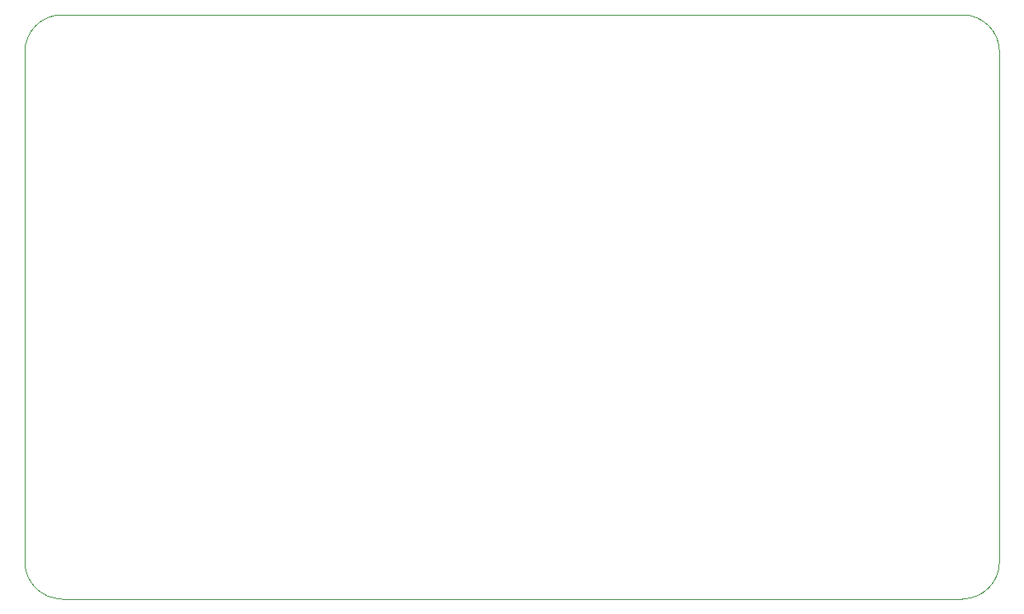
<source format=gbr>
%TF.GenerationSoftware,KiCad,Pcbnew,9.0.1-9.0.1-0~ubuntu24.04.1*%
%TF.CreationDate,2025-04-25T18:20:01+03:00*%
%TF.ProjectId,HYB_ESPA,4859425f-4553-4504-912e-6b696361645f,V_0.1b*%
%TF.SameCoordinates,PX5f5e100PY5f5e100*%
%TF.FileFunction,Profile,NP*%
%FSLAX46Y46*%
G04 Gerber Fmt 4.6, Leading zero omitted, Abs format (unit mm)*
G04 Created by KiCad (PCBNEW 9.0.1-9.0.1-0~ubuntu24.04.1) date 2025-04-25 18:20:01*
%MOMM*%
%LPD*%
G01*
G04 APERTURE LIST*
%TA.AperFunction,Profile*%
%ADD10C,0.100000*%
%TD*%
G04 APERTURE END LIST*
D10*
X3800000Y0D02*
X96200000Y0D01*
X100000000Y3800000D02*
G75*
G02*
X96200000Y0I-3800000J0D01*
G01*
X100000000Y56200000D02*
X100000000Y3800000D01*
X0Y56200000D02*
X0Y3800000D01*
X3800000Y0D02*
G75*
G02*
X0Y3800000I0J3800000D01*
G01*
X96200000Y60000000D02*
G75*
G02*
X100000000Y56200000I0J-3800000D01*
G01*
X0Y56200000D02*
G75*
G02*
X3800000Y60000000I3800000J0D01*
G01*
X3800000Y60000000D02*
X96200000Y60000000D01*
M02*

</source>
